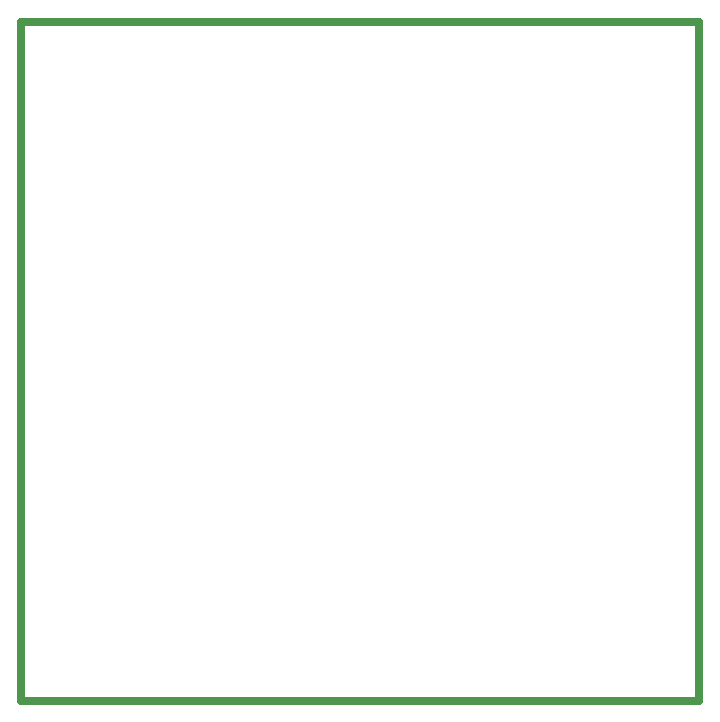
<source format=gko>
G04*
G04 #@! TF.GenerationSoftware,Altium Limited,Altium Designer,24.10.1 (45)*
G04*
G04 Layer_Color=16711935*
%FSLAX44Y44*%
%MOMM*%
G71*
G04*
G04 #@! TF.SameCoordinates,C031E789-135E-4793-A04E-BF888AAD087F*
G04*
G04*
G04 #@! TF.FilePolarity,Positive*
G04*
G01*
G75*
%ADD81C,0.7000*%
D81*
X-2500Y-574500D02*
X571500D01*
Y500D01*
X-2500D02*
X571500D01*
X-2500Y-574500D02*
Y500D01*
M02*

</source>
